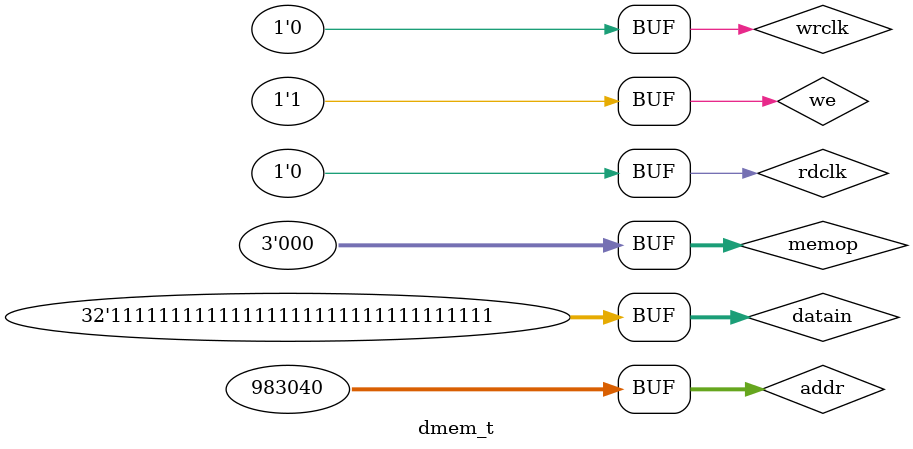
<source format=v>
`timescale 1ns / 1ps

module alu_t();
	reg [31:0] dataa;
	reg [31:0] datab;
	reg [3:0]  ALUctr;
	wire less;
	wire zero;
	wire [31:0] aluresult;
	
    alu my_alu(
dataa,
 datab,
 ALUctr,
 less,
 zero,
 aluresult);

    initial begin
        dataa = 32'b1011; datab = 32'b0110;
        ALUctr = 4'b0000; #5 //add
        ALUctr = 4'b1000; #5 //minus
        ALUctr = 4'b0001; #5 //left shift
        ALUctr = 4'b1010; #5 //less than
        ALUctr = 4'b0110;    //or
    end
endmodule

module dmem_t();
	reg  [31:0] addr;
	wire [31:0] dataout;
	reg  [31:0] datain;
	reg  rdclk;
	reg  wrclk;
	reg [2:0] memop;
	reg we;
	
	dmem my_mem(addr, dataout, datain, rdclk, wrclk, memop, we);
	initial begin
	   rdclk = 1'b0; wrclk = 1'b0; we = 1'b0;
	   addr = 32'h000f0000; 
	   memop = 3'b000; datain = 32'hffffffff; #10
	   wrclk = 1'b1; #10 wrclk = 1'b0; #10
	   rdclk = 1'b1; #10 rdclk = 1'b0; #10
	   we = 1'b1;
	   wrclk = 1'b1; #10 wrclk = 1'b0; #10
	   rdclk = 1'b1; #10 rdclk = 1'b0;
	end
	
endmodule
</source>
